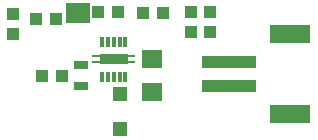
<source format=gbr>
G04 EAGLE Gerber RS-274X export*
G75*
%MOMM*%
%FSLAX34Y34*%
%LPD*%
%INSolderpaste Top*%
%IPPOS*%
%AMOC8*
5,1,8,0,0,1.08239X$1,22.5*%
G01*
%ADD10R,1.200000X0.800000*%
%ADD11R,4.600000X1.000000*%
%ADD12R,3.400000X1.600000*%
%ADD13R,0.296800X0.850000*%
%ADD14R,0.700000X0.280000*%
%ADD15R,2.387600X0.863600*%
%ADD16R,1.000000X1.100000*%
%ADD17R,1.100000X1.000000*%
%ADD18R,2.006600X1.701800*%
%ADD19R,1.800000X1.600000*%
%ADD20R,1.300000X1.300000*%


D10*
X66040Y52722D03*
X66040Y70722D03*
D11*
X191600Y73500D03*
X191600Y53500D03*
D12*
X243600Y97500D03*
X243600Y29500D03*
D13*
X83980Y60942D03*
X88980Y60942D03*
X93980Y60942D03*
X98980Y60942D03*
X103980Y60942D03*
X103980Y90442D03*
X98980Y90442D03*
X93980Y90442D03*
X88980Y90442D03*
X83980Y90442D03*
D14*
X78980Y78192D03*
X78980Y73192D03*
X108980Y78192D03*
X108980Y73192D03*
D15*
X93980Y75692D03*
D16*
X159766Y99196D03*
X159766Y116196D03*
D17*
X50156Y61468D03*
X33156Y61468D03*
D16*
X175768Y116196D03*
X175768Y99196D03*
D17*
X118500Y115316D03*
X135500Y115316D03*
D16*
X9144Y97418D03*
X9144Y114418D03*
D17*
X97654Y115570D03*
X80654Y115570D03*
X45330Y109728D03*
X28330Y109728D03*
D18*
X63373Y114935D03*
D19*
X126238Y47722D03*
X126238Y75722D03*
D20*
X99060Y46750D03*
X99060Y16750D03*
M02*

</source>
